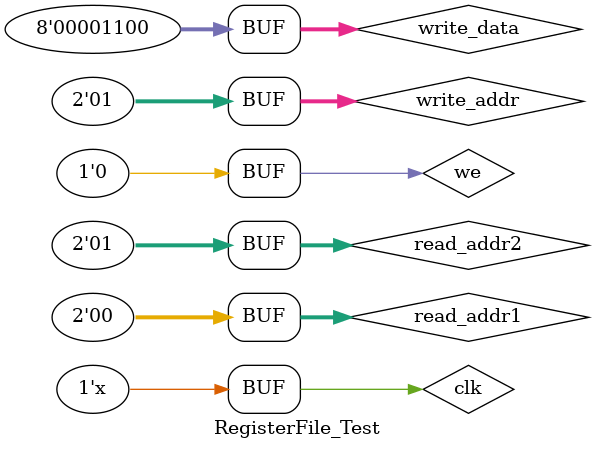
<source format=v>
`timescale 1ns / 1ps

module RegisterFile_Test;

	// Inputs
	reg clk;
	reg we;
	reg [1:0] read_addr1;
	reg [1:0] read_addr2;
	reg [1:0] write_addr;
	reg [7:0] write_data;

	// Outputs
	wire [7:0] read_data1;
	wire [7:0] read_data2;

	// Instantiate the Unit Under Test (UUT)
	RegisterFile uut (
		.clk(clk), 
		.we(we), 
		.read_addr1(read_addr1), 
		.read_addr2(read_addr2), 
		.write_addr(write_addr), 
		.write_data(write_data), 
		.read_data1(read_data1), 
		.read_data2(read_data2)
	);

	initial begin
		// Initialize Inputs
		clk = 0;
		we = 0;
		read_addr1 = 0;
		read_addr2 = 0;
		write_addr = 0;
		write_data = 0;

		// Wait 100 ns for global reset to finish
		#100;
        
		// Add stimulus here
		we = 1;
		write_addr = 2'd0;
		write_data = 8'd4;
		
		#100
		we = 1;
		write_addr = 2'd1;
		write_data = 8'd12;
		
		#100
		we = 0;
		read_addr1 = 2'd0;
		read_addr2 = 2'd1;
	end
	
	always
	begin
		#100
		clk = !clk;
	end
endmodule


</source>
